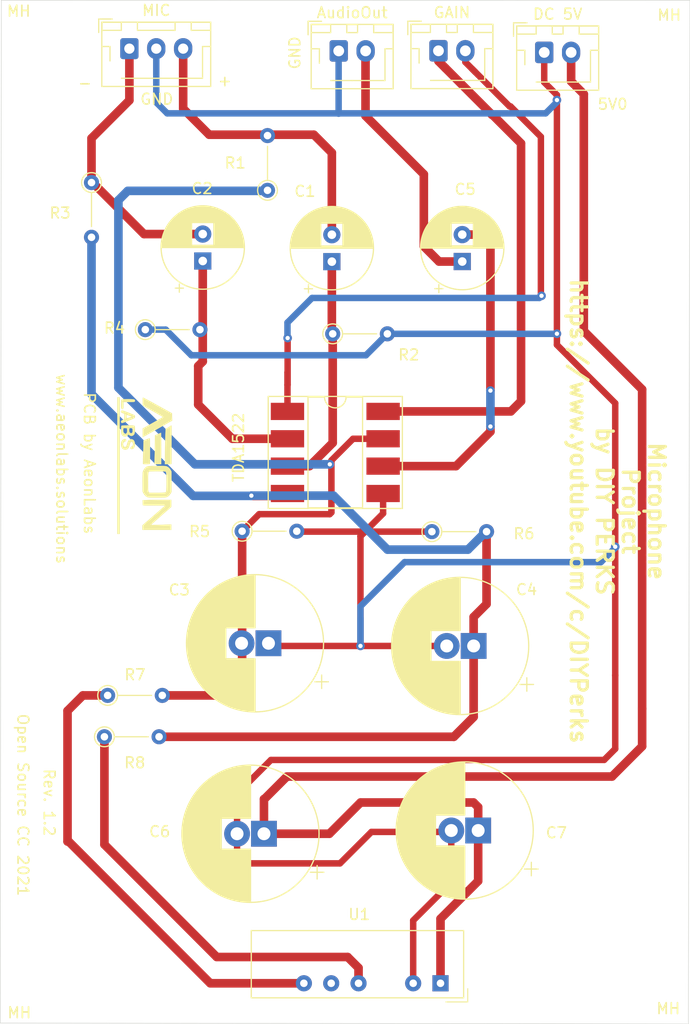
<source format=kicad_pcb>
(kicad_pcb (version 20171130) (host pcbnew "(5.1.10)-1")
  (layers (0 F.Cu signal) (31 B.Cu signal) (34 B.Paste user hide) (35 F.Paste user) (36 B.SilkS user) (37 F.SilkS user) (38 B.Mask user) (39 F.Mask user) (44 Edge.Cuts user))
  (net 0 "")
  (net 1 "Net-(AudioOut1-Pad2)")
  (net 2 "Net-(AudioOut1-Pad1)")
  (net 3 "Net-(C1-Pad2)")
  (net 4 "Net-(C1-Pad1)")
  (net 5 "Net-(C3-Pad2)")
  (net 6 "Net-(C4-Pad1)")
  (net 7 "Net-(C5-Pad2)")
  (net 8 "Net-(C6-Pad1)")
  (net 9 "Net-(GAIN1-Pad2)")
  (net 10 "Net-(GAIN1-Pad1)")
  (net 11 "Net-(R7-Pad1)")
  (net 12 "Net-(R8-Pad1)")
  (net 13 "Net-(C2-Pad2)")
  (net 14 "Net-(C2-Pad1)")
  (module MountingHole:MountingHole_3mm (layer F.Cu) (at 111.14 54.2)
    (fp_text reference MH (at -3.03 -3.6) (layer F.SilkS))
    (fp_text value MountingHole_3mm)
    (pad 1 np_thru_hole circle (at 0 0) (size 3 3) (drill 3) (layers *.Cu *.Mask))
  )
  (module MountingHole:MountingHole_3mm (layer F.Cu) (at 166.04 54.15)
    (fp_text reference MH (at 2.53 -3.18) (layer F.SilkS))
    (fp_text value MountingHole_3mm)
    (pad 1 np_thru_hole circle (at 0 0) (size 3 3) (drill 3) (layers *.Cu *.Mask))
  )
  (module MountingHole:MountingHole_3mm (layer F.Cu) (at 110.96 140.03)
    (fp_text reference MH (at -2.8 3.53) (layer F.SilkS))
    (fp_text value MountingHole_3mm)
    (pad 1 np_thru_hole circle (at 0 0) (size 3 3) (drill 3) (layers *.Cu *.Mask))
  )
  (module MountingHole:MountingHole_3mm (layer F.Cu) (at 165.81 140.05)
    (fp_text reference MH (at 2.67 3.13) (layer F.SilkS))
    (fp_text value MountingHole_3mm)
    (pad 1 np_thru_hole circle (at 0 0) (size 3 3) (drill 3) (layers *.Cu *.Mask))
  )
  (module "AeonLabs Logo:aeonlabs pcb logo" (layer F.Cu) (at 119.83 92.78 270)
    (fp_text reference G*** hide)
    (fp_text value LOGO hide)
  )
  (module Package_DIP:DIP-8_W8.89mm_SMDSocket_LongPads (layer F.Cu) (at 137.53 91.56)
    (fp_text reference TDA1522 (at -9 -0.47 90) (layer F.SilkS))
    (fp_text value TDA1522)
    (pad 8 smd rect (at 4.445 -3.81) (size 3.1 1.6) (layers F.Cu F.Paste F.Mask) (net 10 "Net-(GAIN1-Pad1)"))
    (pad 4 smd rect (at -4.445 3.81) (size 3.1 1.6) (layers F.Cu F.Paste F.Mask) (net 6 "Net-(C4-Pad1)"))
    (pad 7 smd rect (at 4.445 -1.27) (size 3.1 1.6) (layers F.Cu F.Paste F.Mask) (net 5 "Net-(C3-Pad2)"))
    (pad 3 smd rect (at -4.445 1.27) (size 3.1 1.6) (layers F.Cu F.Paste F.Mask) (net 4 "Net-(C1-Pad1)"))
    (pad 6 smd rect (at 4.445 1.27) (size 3.1 1.6) (layers F.Cu F.Paste F.Mask) (net 7 "Net-(C5-Pad2)"))
    (pad 2 smd rect (at -4.445 -1.27) (size 3.1 1.6) (layers F.Cu F.Paste F.Mask) (net 14 "Net-(C2-Pad1)"))
    (pad 5 smd rect (at 4.445 3.81) (size 3.1 1.6) (layers F.Cu F.Paste F.Mask) (net 2 "Net-(AudioOut1-Pad1)"))
    (pad 1 smd rect (at -4.445 -3.81) (size 3.1 1.6) (layers F.Cu F.Paste F.Mask) (net 9 "Net-(GAIN1-Pad2)"))
  )
  (module Converter_DCDC:Converter_DCDC_muRata_NMAxxxxSC_THT (layer F.Cu) (at 147.31 140.83 270)
    (fp_text reference U1 (at -6.39 7.56) (layer F.SilkS))
    (fp_text value NMA0515SC)
    (pad 6 thru_hole oval (at 0 12.7 270) (size 1.5 1.5) (drill 0.7) (layers *.Cu *.Mask) (net 11 "Net-(R7-Pad1)"))
    (pad 5 thru_hole oval (at 0 10.16 270) (size 1.5 1.5) (drill 0.7) (layers *.Cu *.Mask))
    (pad 4 thru_hole oval (at 0 7.62 270) (size 1.5 1.5) (drill 0.7) (layers *.Cu *.Mask) (net 12 "Net-(R8-Pad1)"))
    (pad 2 thru_hole oval (at 0 2.54 270) (size 1.5 1.5) (drill 0.7) (layers *.Cu *.Mask) (net 2 "Net-(AudioOut1-Pad1)"))
    (pad 1 thru_hole rect (at 0 0 270) (size 1.5 1.5) (drill 0.7) (layers *.Cu *.Mask) (net 8 "Net-(C6-Pad1)"))
  )
  (module Connector_JST:JST_XH_B2B-XH-AM_1x02_P2.50mm_Vertical (layer F.Cu) (at 156.95 54.43)
    (fp_text reference "DC 5V" (at 1.25 -3.55) (layer F.SilkS))
    (fp_text value "USB 5V")
    (pad "" np_thru_hole circle (at -1.6 2) (size 1.2 1.2) (drill 1.2) (layers *.Cu *.Mask))
    (pad 2 thru_hole oval (at 2.5 0) (size 1.7 2) (drill 1) (layers *.Cu *.Mask) (net 8 "Net-(C6-Pad1)"))
    (pad 1 thru_hole roundrect (at 0 0) (size 1.7 2) (drill 1) (layers *.Cu *.Mask) (roundrect_rratio 0.1470588235294118) (net 2 "Net-(AudioOut1-Pad1)"))
  )
  (module Resistor_THT:R_Axial_DIN0204_L3.6mm_D1.6mm_P5.08mm_Vertical (layer F.Cu) (at 116.07 117.95)
    (fp_text reference R8 (at 2.82 2.41) (layer F.SilkS))
    (fp_text value 100)
    (pad 2 thru_hole oval (at 5.08 0) (size 1.4 1.4) (drill 0.7) (layers *.Cu *.Mask) (net 6 "Net-(C4-Pad1)"))
    (pad 1 thru_hole circle (at 0 0) (size 1.4 1.4) (drill 0.7) (layers *.Cu *.Mask) (net 12 "Net-(R8-Pad1)"))
  )
  (module Resistor_THT:R_Axial_DIN0204_L3.6mm_D1.6mm_P5.08mm_Vertical (layer F.Cu) (at 116.37 114.11)
    (fp_text reference R7 (at 2.54 -1.92) (layer F.SilkS))
    (fp_text value 100)
    (pad 2 thru_hole oval (at 5.08 0) (size 1.4 1.4) (drill 0.7) (layers *.Cu *.Mask) (net 5 "Net-(C3-Pad2)"))
    (pad 1 thru_hole circle (at 0 0) (size 1.4 1.4) (drill 0.7) (layers *.Cu *.Mask) (net 11 "Net-(R7-Pad1)"))
  )
  (module Resistor_THT:R_Axial_DIN0204_L3.6mm_D1.6mm_P5.08mm_Vertical (layer F.Cu) (at 146.51 98.91)
    (fp_text reference R6 (at 8.56 0.19) (layer F.SilkS))
    (fp_text value 2k2)
    (pad 2 thru_hole oval (at 5.08 0) (size 1.4 1.4) (drill 0.7) (layers *.Cu *.Mask) (net 6 "Net-(C4-Pad1)"))
    (pad 1 thru_hole circle (at 0 0) (size 1.4 1.4) (drill 0.7) (layers *.Cu *.Mask) (net 2 "Net-(AudioOut1-Pad1)"))
  )
  (module Resistor_THT:R_Axial_DIN0204_L3.6mm_D1.6mm_P5.08mm_Vertical (layer F.Cu) (at 128.87 98.87)
    (fp_text reference R5 (at -3.95 0.03) (layer F.SilkS))
    (fp_text value 2k2)
    (pad 2 thru_hole oval (at 5.08 0) (size 1.4 1.4) (drill 0.7) (layers *.Cu *.Mask) (net 2 "Net-(AudioOut1-Pad1)"))
    (pad 1 thru_hole circle (at 0 0) (size 1.4 1.4) (drill 0.7) (layers *.Cu *.Mask) (net 5 "Net-(C3-Pad2)"))
  )
  (module Resistor_THT:R_Axial_DIN0204_L3.6mm_D1.6mm_P5.08mm_Vertical (layer F.Cu) (at 119.87 80.16)
    (fp_text reference R4 (at -2.86 -0.15) (layer F.SilkS))
    (fp_text value 3k9)
    (pad 2 thru_hole oval (at 5.08 0) (size 1.4 1.4) (drill 0.7) (layers *.Cu *.Mask) (net 14 "Net-(C2-Pad1)"))
    (pad 1 thru_hole circle (at 0 0) (size 1.4 1.4) (drill 0.7) (layers *.Cu *.Mask) (net 2 "Net-(AudioOut1-Pad1)"))
  )
  (module Resistor_THT:R_Axial_DIN0204_L3.6mm_D1.6mm_P5.08mm_Vertical (layer F.Cu) (at 114.87 66.51 270)
    (fp_text reference R3 (at 2.83 2.92 180) (layer F.SilkS))
    (fp_text value 2k2)
    (pad 2 thru_hole oval (at 5.08 0 270) (size 1.4 1.4) (drill 0.7) (layers *.Cu *.Mask) (net 6 "Net-(C4-Pad1)"))
    (pad 1 thru_hole circle (at 0 0 270) (size 1.4 1.4) (drill 0.7) (layers *.Cu *.Mask) (net 13 "Net-(C2-Pad2)"))
  )
  (module Resistor_THT:R_Axial_DIN0204_L3.6mm_D1.6mm_P5.08mm_Vertical (layer F.Cu) (at 137.29 80.55)
    (fp_text reference R2 (at 7.07 1.95) (layer F.SilkS))
    (fp_text value 3k9)
    (pad 2 thru_hole oval (at 5.08 0) (size 1.4 1.4) (drill 0.7) (layers *.Cu *.Mask) (net 2 "Net-(AudioOut1-Pad1)"))
    (pad 1 thru_hole circle (at 0 0) (size 1.4 1.4) (drill 0.7) (layers *.Cu *.Mask) (net 4 "Net-(C1-Pad1)"))
  )
  (module Resistor_THT:R_Axial_DIN0204_L3.6mm_D1.6mm_P5.08mm_Vertical (layer F.Cu) (at 131.23 67.23 90)
    (fp_text reference R1 (at 2.54 -3) (layer F.SilkS))
    (fp_text value 2k2)
    (pad 2 thru_hole oval (at 5.08 0 90) (size 1.4 1.4) (drill 0.7) (layers *.Cu *.Mask) (net 3 "Net-(C1-Pad2)"))
    (pad 1 thru_hole circle (at 0 0 90) (size 1.4 1.4) (drill 0.7) (layers *.Cu *.Mask) (net 5 "Net-(C3-Pad2)"))
  )
  (module Connector_JST:JST_XH_B3B-XH-AM_1x03_P2.50mm_Vertical (layer F.Cu) (at 118.39 54.08)
    (fp_text reference MIC (at 2.5 -3.55) (layer F.SilkS))
    (fp_text value MIC)
    (pad "" np_thru_hole circle (at -1.6 2) (size 1.2 1.2) (drill 1.2) (layers *.Cu *.Mask))
    (pad 3 thru_hole oval (at 5 0) (size 1.7 1.95) (drill 0.95) (layers *.Cu *.Mask) (net 3 "Net-(C1-Pad2)"))
    (pad 2 thru_hole oval (at 2.5 0) (size 1.7 1.95) (drill 0.95) (layers *.Cu *.Mask) (net 2 "Net-(AudioOut1-Pad1)"))
    (pad 1 thru_hole roundrect (at 0 0) (size 1.7 1.95) (drill 0.95) (layers *.Cu *.Mask) (roundrect_rratio 0.1470588235294118) (net 13 "Net-(C2-Pad2)"))
  )
  (module Connector_JST:JST_XH_B2B-XH-AM_1x02_P2.50mm_Vertical (layer F.Cu) (at 147.12 54.28)
    (fp_text reference GAIN (at 1.25 -3.55) (layer F.SilkS))
    (fp_text value GAIN)
    (pad "" np_thru_hole circle (at -1.6 2) (size 1.2 1.2) (drill 1.2) (layers *.Cu *.Mask))
    (pad 2 thru_hole oval (at 2.5 0) (size 1.7 2) (drill 1) (layers *.Cu *.Mask) (net 9 "Net-(GAIN1-Pad2)"))
    (pad 1 thru_hole roundrect (at 0 0) (size 1.7 2) (drill 1) (layers *.Cu *.Mask) (roundrect_rratio 0.1470588235294118) (net 10 "Net-(GAIN1-Pad1)"))
  )
  (module Capacitor_THT:CP_Radial_D12.5mm_P2.50mm (layer F.Cu) (at 150.81 126.65 180)
    (fp_text reference C7 (at -7.27 -0.21) (layer F.SilkS))
    (fp_text value 2200pF)
    (pad 2 thru_hole circle (at 2.5 0 180) (size 2.4 2.4) (drill 1.2) (layers *.Cu *.Mask) (net 2 "Net-(AudioOut1-Pad1)"))
    (pad 1 thru_hole rect (at 0 0 180) (size 2.4 2.4) (drill 1.2) (layers *.Cu *.Mask) (net 8 "Net-(C6-Pad1)"))
  )
  (module Capacitor_THT:CP_Radial_D12.5mm_P2.50mm (layer F.Cu) (at 130.9 126.95 180)
    (fp_text reference C6 (at 9.69 0.2) (layer F.SilkS))
    (fp_text value 2200pF)
    (pad 2 thru_hole circle (at 2.5 0 180) (size 2.4 2.4) (drill 1.2) (layers *.Cu *.Mask) (net 2 "Net-(AudioOut1-Pad1)"))
    (pad 1 thru_hole rect (at 0 0 180) (size 2.4 2.4) (drill 1.2) (layers *.Cu *.Mask) (net 8 "Net-(C6-Pad1)"))
  )
  (module Capacitor_THT:CP_Radial_D7.5mm_P2.50mm (layer F.Cu) (at 149.33 73.84 90)
    (fp_text reference C5 (at 6.7 0.27) (layer F.SilkS))
    (fp_text value 22pF)
    (pad 2 thru_hole circle (at 2.5 0 90) (size 1.6 1.6) (drill 0.8) (layers *.Cu *.Mask) (net 7 "Net-(C5-Pad2)"))
    (pad 1 thru_hole rect (at 0 0 90) (size 1.6 1.6) (drill 0.8) (layers *.Cu *.Mask) (net 1 "Net-(AudioOut1-Pad2)"))
  )
  (module Capacitor_THT:CP_Radial_D12.5mm_P2.50mm (layer F.Cu) (at 150.39 109.52 180)
    (fp_text reference C4 (at -4.92 5.23) (layer F.SilkS))
    (fp_text value 2200pF)
    (pad 2 thru_hole circle (at 2.5 0 180) (size 2.4 2.4) (drill 1.2) (layers *.Cu *.Mask) (net 2 "Net-(AudioOut1-Pad1)"))
    (pad 1 thru_hole rect (at 0 0 180) (size 2.4 2.4) (drill 1.2) (layers *.Cu *.Mask) (net 6 "Net-(C4-Pad1)"))
  )
  (module Capacitor_THT:CP_Radial_D12.5mm_P2.50mm (layer F.Cu) (at 131.32 109.27 180)
    (fp_text reference C3 (at 8.29 4.95) (layer F.SilkS))
    (fp_text value 2200pF)
    (pad 2 thru_hole circle (at 2.5 0 180) (size 2.4 2.4) (drill 1.2) (layers *.Cu *.Mask) (net 5 "Net-(C3-Pad2)"))
    (pad 1 thru_hole rect (at 0 0 180) (size 2.4 2.4) (drill 1.2) (layers *.Cu *.Mask) (net 2 "Net-(AudioOut1-Pad1)"))
  )
  (module Capacitor_THT:CP_Radial_D7.5mm_P2.50mm (layer F.Cu) (at 137.21 73.85 90)
    (fp_text reference C1 (at 6.53 -2.5) (layer F.SilkS))
    (fp_text value 22pF)
    (pad 2 thru_hole circle (at 2.5 0 90) (size 1.6 1.6) (drill 0.8) (layers *.Cu *.Mask) (net 3 "Net-(C1-Pad2)"))
    (pad 1 thru_hole rect (at 0 0 90) (size 1.6 1.6) (drill 0.8) (layers *.Cu *.Mask) (net 4 "Net-(C1-Pad1)"))
  )
  (module Connector_JST:JST_XH_B2B-XH-AM_1x02_P2.50mm_Vertical (layer F.Cu) (at 137.85 54.29)
    (fp_text reference AudioOut (at 1.25 -3.55) (layer F.SilkS))
    (fp_text value "Audio Out")
    (pad "" np_thru_hole circle (at -1.6 2) (size 1.2 1.2) (drill 1.2) (layers *.Cu *.Mask))
    (pad 2 thru_hole oval (at 2.5 0) (size 1.7 2) (drill 1) (layers *.Cu *.Mask) (net 1 "Net-(AudioOut1-Pad2)"))
    (pad 1 thru_hole roundrect (at 0 0) (size 1.7 2) (drill 1) (layers *.Cu *.Mask) (roundrect_rratio 0.1470588235294118) (net 2 "Net-(AudioOut1-Pad1)"))
  )
  (module Capacitor_THT:CP_Radial_D7.5mm_P2.50mm (layer F.Cu) (at 125.21 73.79 90)
    (fp_text reference C2 (at 6.73 -0.05) (layer F.SilkS))
    (fp_text value 22pF)
    (pad 2 thru_hole circle (at 2.5 0 90) (size 1.6 1.6) (drill 0.8) (layers *.Cu *.Mask) (net 13 "Net-(C2-Pad2)"))
    (pad 1 thru_hole rect (at 0 0 90) (size 1.6 1.6) (drill 0.8) (layers *.Cu *.Mask) (net 14 "Net-(C2-Pad1)"))
  )
  (gr_text 5V0 (at 163.31 59.24) (layer F.SilkS) (effects (font (size 1 1))))
  (gr_text GND (at 133.77 54.47 90) (layer F.SilkS) (effects (font (size 1 1))))
  (gr_text GND (at 120.94 58.77) (layer F.SilkS) (effects (font (size 1 1))))
  (gr_text - (at 114.26 57.27) (layer F.SilkS) (effects (font (size 1 1))))
  (gr_text + (at 127.26 57.06) (layer F.SilkS) (effects (font (size 1 1))))
  (gr_text "Open Source CC 2021" (at 108.5 124.28 -90) (layer F.SilkS) (effects (font (size 1 1))))
  (gr_text "Rev. 1.2" (at 110.94 124.05 -90) (layer F.SilkS) (effects (font (size 1 1))))
  (gr_text "PCB by AeonLabs" (at 114.68 92.57 -90) (layer F.SilkS) (effects (font (size 1 1))))
  (gr_text "Microphone\nProject\nby DIY PERKS\nhttps://www.youtube.com/c/DIYPerks" (at 163.76 97.01 -90) (layer F.SilkS) (effects (font (size 1.5 1.5) (thickness 0.3))))
  (gr_text www.aeonlabs.solutions (at 112.11 93.09 -90) (layer F.SilkS) (effects (font (size 1 1))))
  (gr_line (start 106.39 144.52) (end 106.49 49.59) (layer Edge.Cuts) (width 0.05))
  (gr_line (start 106.49 49.59) (end 170.49 49.6) (layer Edge.Cuts) (width 0.05))
  (gr_line (start 170.35 144.6) (end 170.49 49.6) (layer Edge.Cuts) (width 0.05))
  (gr_line (start 106.39 144.52) (end 170.35 144.6) (layer Edge.Cuts) (width 0.05))
  (segment (start 147.17 73.84) (end 149.33 73.84) (width 0.8) (layer F.Cu) (net 1))
  (segment (start 145.76 72.43) (end 147.17 73.84) (width 0.8) (layer F.Cu) (net 1))
  (segment (start 140.34 54.6) (end 140.34 60.32) (width 0.8) (layer F.Cu) (net 1))
  (segment (start 145.76 65.74) (end 145.76 72.43) (width 0.8) (layer F.Cu) (net 1))
  (segment (start 140.34 60.32) (end 145.76 65.74) (width 0.8) (layer F.Cu) (net 1))
  (segment (start 147.8 109.43) (end 147.89 109.52) (width 0.8) (layer F.Cu) (net 2))
  (segment (start 131.68 109.52) (end 131.59 109.43) (width 0.6) (layer F.Cu) (net 2))
  (segment (start 147.89 109.52) (end 139.87 109.52) (width 0.6) (layer F.Cu) (net 2))
  (segment (start 139.87 109.52) (end 131.68 109.52) (width 0.6) (layer F.Cu) (net 2))
  (via (at 139.87 109.52) (size 0.8) (drill 0.4) (layers F.Cu B.Cu) (net 2))
  (segment (start 128.4 126.95) (end 128.4 128.63) (width 0.6) (layer F.Cu) (net 2))
  (segment (start 128.4 128.63) (end 129.47 129.7) (width 0.6) (layer F.Cu) (net 2))
  (segment (start 129.47 129.7) (end 137.97 129.7) (width 0.6) (layer F.Cu) (net 2))
  (segment (start 137.97 129.7) (end 140.89 126.78) (width 0.6) (layer F.Cu) (net 2))
  (segment (start 148.18 126.78) (end 148.31 126.65) (width 0.6) (layer F.Cu) (net 2))
  (segment (start 140.89 126.78) (end 148.18 126.78) (width 0.6) (layer F.Cu) (net 2))
  (segment (start 144.77 135) (end 144.77 140.83) (width 0.6) (layer F.Cu) (net 2))
  (segment (start 163.55 119.07) (end 163.55 112.25) (width 0.6) (layer F.Cu) (net 2))
  (segment (start 131.55 120.1) (end 162.52 120.1) (width 0.6) (layer F.Cu) (net 2))
  (segment (start 128.4 123.25) (end 131.55 120.1) (width 0.6) (layer F.Cu) (net 2))
  (segment (start 162.52 120.1) (end 163.55 119.07) (width 0.6) (layer F.Cu) (net 2))
  (segment (start 128.4 126.95) (end 128.4 123.25) (width 0.6) (layer F.Cu) (net 2))
  (segment (start 133.99 98.91) (end 133.95 98.87) (width 0.6) (layer F.Cu) (net 2))
  (segment (start 139.87 99.34) (end 140.3 98.91) (width 0.6) (layer F.Cu) (net 2))
  (segment (start 139.87 109.52) (end 139.87 99.34) (width 0.6) (layer F.Cu) (net 2))
  (segment (start 140.3 98.91) (end 133.99 98.91) (width 0.6) (layer F.Cu) (net 2))
  (segment (start 146.51 98.91) (end 140.3 98.91) (width 0.6) (layer F.Cu) (net 2))
  (segment (start 163.55 100.41) (end 163.55 100.31) (width 0.6) (layer B.Cu) (net 2))
  (segment (start 162.22 101.74) (end 163.55 100.41) (width 0.6) (layer B.Cu) (net 2))
  (segment (start 143.97 101.74) (end 162.22 101.74) (width 0.6) (layer B.Cu) (net 2))
  (segment (start 139.87 105.84) (end 143.97 101.74) (width 0.6) (layer B.Cu) (net 2))
  (segment (start 139.87 109.52) (end 139.87 105.84) (width 0.6) (layer B.Cu) (net 2))
  (via (at 163.55 100.31) (size 0.8) (drill 0.4) (layers F.Cu B.Cu) (net 2))
  (segment (start 163.55 112.25) (end 163.55 100.31) (width 0.6) (layer F.Cu) (net 2))
  (segment (start 119.87 80.16) (end 121.77 80.16) (width 0.6) (layer B.Cu) (net 2))
  (segment (start 121.77 80.16) (end 124.15 82.54) (width 0.6) (layer B.Cu) (net 2))
  (segment (start 140.38 82.54) (end 142.37 80.55) (width 0.6) (layer B.Cu) (net 2))
  (segment (start 124.15 82.54) (end 140.38 82.54) (width 0.6) (layer B.Cu) (net 2))
  (segment (start 139.87 99.34) (end 139.87 99.33) (width 0.6) (layer F.Cu) (net 2))
  (segment (start 141.975 97.225) (end 141.975 95.37) (width 0.6) (layer F.Cu) (net 2))
  (segment (start 139.87 99.33) (end 141.975 97.225) (width 0.6) (layer F.Cu) (net 2))
  (segment (start 139.87 109.52) (end 139.87 106.94) (width 0.6) (layer B.Cu) (net 2))
  (segment (start 137.84 54.6) (end 137.84 60.12) (width 0.6) (layer B.Cu) (net 2))
  (segment (start 148.31 131.46) (end 144.77 135) (width 0.6) (layer F.Cu) (net 2))
  (segment (start 148.31 126.65) (end 148.31 131.46) (width 0.6) (layer F.Cu) (net 2))
  (via (at 158.13 80.54) (size 0.8) (drill 0.4) (layers F.Cu B.Cu) (net 2))
  (segment (start 158.12 80.55) (end 158.13 80.54) (width 0.6) (layer B.Cu) (net 2))
  (segment (start 142.37 80.55) (end 158.12 80.55) (width 0.6) (layer B.Cu) (net 2))
  (segment (start 121.905 60.085) (end 157.085 60.085) (width 0.6) (layer B.Cu) (net 2))
  (segment (start 158.13 59.04) (end 158.13 58.85) (width 0.6) (layer B.Cu) (net 2))
  (segment (start 120.89 59.07) (end 121.905 60.085) (width 0.6) (layer B.Cu) (net 2))
  (segment (start 157.085 60.085) (end 158.13 59.04) (width 0.6) (layer B.Cu) (net 2))
  (segment (start 120.89 54.08) (end 120.89 59.07) (width 0.6) (layer B.Cu) (net 2))
  (via (at 158.13 58.85) (size 0.8) (drill 0.4) (layers F.Cu B.Cu) (net 2))
  (segment (start 158.13 58.85) (end 158.13 80.54) (width 0.6) (layer F.Cu) (net 2))
  (segment (start 158.13 58.85) (end 158.13 58.38) (width 0.6) (layer F.Cu) (net 2))
  (segment (start 156.95 57.2) (end 156.95 54.43) (width 0.6) (layer F.Cu) (net 2))
  (segment (start 158.13 58.38) (end 156.95 57.2) (width 0.6) (layer F.Cu) (net 2))
  (segment (start 158.13 81.57) (end 158.13 80.54) (width 0.6) (layer F.Cu) (net 2))
  (segment (start 163.55 86.99) (end 158.13 81.57) (width 0.6) (layer F.Cu) (net 2))
  (segment (start 163.55 100.31) (end 163.55 86.99) (width 0.6) (layer F.Cu) (net 2))
  (segment (start 137.21 63.74) (end 137.21 69.4) (width 0.8) (layer F.Cu) (net 3))
  (segment (start 135.54 62.07) (end 137.21 63.74) (width 0.8) (layer F.Cu) (net 3))
  (segment (start 123.39 59.65) (end 125.81 62.07) (width 0.8) (layer F.Cu) (net 3))
  (segment (start 123.39 54.08) (end 123.39 59.65) (width 0.8) (layer F.Cu) (net 3))
  (segment (start 125.81 62.07) (end 135.54 62.07) (width 0.8) (layer F.Cu) (net 3))
  (segment (start 137.21 69.4) (end 137.21 71.35) (width 0.8) (layer F.Cu) (net 3))
  (segment (start 137.21 80.47) (end 137.29 80.55) (width 0.8) (layer F.Cu) (net 4))
  (segment (start 137.21 73.85) (end 137.21 80.47) (width 0.8) (layer F.Cu) (net 4))
  (segment (start 137.29 90.67) (end 135.55 92.41) (width 0.8) (layer F.Cu) (net 4))
  (segment (start 137.29 80.55) (end 137.29 90.67) (width 0.8) (layer F.Cu) (net 4))
  (segment (start 135.13 92.83) (end 133.085 92.83) (width 0.8) (layer F.Cu) (net 4))
  (segment (start 135.55 92.41) (end 135.13 92.83) (width 0.8) (layer F.Cu) (net 4))
  (segment (start 130.45 97.29) (end 128.87 98.87) (width 0.6) (layer F.Cu) (net 5))
  (segment (start 137.01 97.29) (end 130.45 97.29) (width 0.6) (layer F.Cu) (net 5))
  (segment (start 137.17 97.13) (end 137.01 97.29) (width 0.6) (layer F.Cu) (net 5))
  (segment (start 137.17 92.3) (end 137.17 97.13) (width 0.6) (layer F.Cu) (net 5))
  (segment (start 139.18 90.29) (end 137.17 92.3) (width 0.6) (layer F.Cu) (net 5))
  (segment (start 141.975 90.29) (end 139.18 90.29) (width 0.6) (layer F.Cu) (net 5))
  (via (at 137.02 92.66) (size 0.8) (drill 0.4) (layers F.Cu B.Cu) (net 5))
  (segment (start 124.48 92.66) (end 137.02 92.66) (width 0.8) (layer B.Cu) (net 5))
  (segment (start 117.37 85.55) (end 124.48 92.66) (width 0.8) (layer B.Cu) (net 5))
  (segment (start 117.37 68.15) (end 117.37 85.55) (width 0.8) (layer B.Cu) (net 5))
  (segment (start 118.24 67.28) (end 117.37 68.15) (width 0.8) (layer B.Cu) (net 5))
  (segment (start 131.19 67.28) (end 118.24 67.28) (width 0.8) (layer B.Cu) (net 5))
  (segment (start 128.87 112.57) (end 127.33 114.11) (width 0.8) (layer F.Cu) (net 5))
  (segment (start 127.33 114.11) (end 121.45 114.11) (width 0.8) (layer F.Cu) (net 5))
  (segment (start 128.87 98.87) (end 128.87 112.57) (width 0.8) (layer F.Cu) (net 5))
  (segment (start 121.15 117.95) (end 148.55 117.95) (width 0.8) (layer F.Cu) (net 6))
  (segment (start 148.55 117.95) (end 150.35 116.15) (width 0.8) (layer F.Cu) (net 6))
  (segment (start 150.39 116.11) (end 148.55 117.95) (width 0.8) (layer F.Cu) (net 6))
  (segment (start 150.39 109.52) (end 150.39 116.11) (width 0.8) (layer F.Cu) (net 6))
  (segment (start 150.39 109.52) (end 150.39 106.83) (width 0.8) (layer F.Cu) (net 6))
  (segment (start 151.59 105.63) (end 151.59 98.91) (width 0.8) (layer F.Cu) (net 6))
  (segment (start 150.39 106.83) (end 151.59 105.63) (width 0.8) (layer F.Cu) (net 6))
  (segment (start 151.59 98.91) (end 151.53 98.91) (width 0.8) (layer B.Cu) (net 6))
  (segment (start 151.53 98.91) (end 149.86 100.58) (width 0.8) (layer B.Cu) (net 6))
  (via (at 129.73 95.57) (size 0.8) (drill 0.4) (layers F.Cu B.Cu) (net 6))
  (segment (start 129.71 95.59) (end 129.73 95.57) (width 0.8) (layer B.Cu) (net 6))
  (segment (start 124.32 95.59) (end 129.71 95.59) (width 0.8) (layer B.Cu) (net 6))
  (segment (start 129.89 95.6) (end 133.045 95.6) (width 0.8) (layer F.Cu) (net 6))
  (segment (start 114.87 86.14) (end 124.32 95.59) (width 0.8) (layer B.Cu) (net 6))
  (segment (start 114.87 71.59) (end 114.87 86.14) (width 0.8) (layer B.Cu) (net 6))
  (segment (start 137.37 95.57) (end 142.38 100.58) (width 0.8) (layer B.Cu) (net 6))
  (segment (start 129.73 95.57) (end 137.37 95.57) (width 0.8) (layer B.Cu) (net 6))
  (segment (start 149.86 100.58) (end 142.38 100.58) (width 0.8) (layer B.Cu) (net 6))
  (segment (start 149.33 71.34) (end 151.43 71.34) (width 0.8) (layer F.Cu) (net 7))
  (segment (start 151.43 71.34) (end 151.95 71.86) (width 0.8) (layer F.Cu) (net 7))
  (segment (start 151.95 71.86) (end 151.95 85.82) (width 0.8) (layer F.Cu) (net 7))
  (segment (start 148.75 92.83) (end 141.975 92.83) (width 0.8) (layer F.Cu) (net 7))
  (segment (start 151.95 89.63) (end 148.75 92.83) (width 0.8) (layer F.Cu) (net 7))
  (via (at 151.95 85.82) (size 0.8) (drill 0.4) (layers F.Cu B.Cu) (net 7))
  (segment (start 151.95 89.15) (end 151.95 89.63) (width 0.8) (layer F.Cu) (net 7))
  (via (at 151.95 89.15) (size 0.8) (drill 0.4) (layers F.Cu B.Cu) (net 7))
  (segment (start 151.95 85.82) (end 151.95 89.15) (width 0.8) (layer B.Cu) (net 7))
  (segment (start 150.81 126.65) (end 150.81 131.34) (width 0.8) (layer F.Cu) (net 8))
  (segment (start 147.31 134.84) (end 147.31 140.83) (width 0.8) (layer F.Cu) (net 8))
  (segment (start 150.81 131.34) (end 147.31 134.84) (width 0.8) (layer F.Cu) (net 8))
  (segment (start 150.81 126.65) (end 150.81 124.48) (width 0.8) (layer F.Cu) (net 8))
  (segment (start 150.81 124.48) (end 150.38 124.05) (width 0.8) (layer F.Cu) (net 8))
  (segment (start 150.38 124.05) (end 139.88 124.05) (width 0.8) (layer F.Cu) (net 8))
  (segment (start 136.98 126.95) (end 130.9 126.95) (width 0.8) (layer F.Cu) (net 8))
  (segment (start 139.88 124.05) (end 136.98 126.95) (width 0.8) (layer F.Cu) (net 8))
  (segment (start 130.9 123.73) (end 130.94 123.73) (width 0.8) (layer F.Cu) (net 8))
  (segment (start 130.9 126.95) (end 130.9 123.73) (width 0.8) (layer F.Cu) (net 8))
  (segment (start 130.94 123.73) (end 133.03 121.64) (width 0.8) (layer F.Cu) (net 8))
  (segment (start 133.03 121.64) (end 163.25 121.64) (width 0.8) (layer F.Cu) (net 8))
  (segment (start 166.05 118.84) (end 166.05 115.34) (width 0.8) (layer F.Cu) (net 8))
  (segment (start 163.25 121.64) (end 166.05 118.84) (width 0.8) (layer F.Cu) (net 8))
  (segment (start 160.63 80.29) (end 166.05 85.71) (width 0.8) (layer F.Cu) (net 8))
  (segment (start 166.05 115.34) (end 166.05 85.71) (width 0.8) (layer F.Cu) (net 8))
  (segment (start 159.45 57.12) (end 160.63 58.3) (width 0.8) (layer F.Cu) (net 8))
  (segment (start 160.63 58.3) (end 160.63 80.29) (width 0.8) (layer F.Cu) (net 8))
  (segment (start 159.45 54.43) (end 159.45 57.12) (width 0.8) (layer F.Cu) (net 8))
  (segment (start 133.085 84.125) (end 133.085 84.125) (width 0.6) (layer F.Cu) (net 9))
  (via (at 133.1 80.94) (size 0.8) (drill 0.4) (layers F.Cu B.Cu) (net 9))
  (segment (start 133.085 79.505) (end 135.37 77.22) (width 0.6) (layer B.Cu) (net 9))
  (segment (start 135.37 77.22) (end 156.5 77.22) (width 0.6) (layer B.Cu) (net 9))
  (segment (start 153.73 59.44) (end 153.82 59.44) (width 0.6) (layer F.Cu) (net 9))
  (segment (start 153.82 59.44) (end 156.64 62.26) (width 0.6) (layer F.Cu) (net 9))
  (via (at 156.7 77.02) (size 0.8) (drill 0.4) (layers F.Cu B.Cu) (net 9))
  (segment (start 156.64 76.96) (end 156.7 77.02) (width 0.6) (layer F.Cu) (net 9))
  (segment (start 156.7 77.02) (end 156.5 77.22) (width 0.6) (layer B.Cu) (net 9))
  (segment (start 156.64 62.26) (end 156.64 76.96) (width 0.6) (layer F.Cu) (net 9))
  (segment (start 149.62 54.28) (end 149.62 55.33) (width 0.6) (layer F.Cu) (net 9))
  (segment (start 150.54 56.25) (end 150.26 55.97) (width 0.6) (layer F.Cu) (net 9))
  (segment (start 149.62 55.33) (end 150.54 56.25) (width 0.6) (layer F.Cu) (net 9))
  (segment (start 153.73 59.44) (end 150.54 56.25) (width 0.6) (layer F.Cu) (net 9))
  (segment (start 133.1 85.28) (end 133.085 85.295) (width 0.6) (layer F.Cu) (net 9))
  (segment (start 133.1 80.94) (end 133.1 85.28) (width 0.6) (layer F.Cu) (net 9))
  (segment (start 133.085 85.295) (end 133.085 84.125) (width 0.6) (layer F.Cu) (net 9))
  (segment (start 133.085 87.75) (end 133.085 85.295) (width 0.6) (layer F.Cu) (net 9))
  (segment (start 133.085 80.925) (end 133.1 80.94) (width 0.6) (layer B.Cu) (net 9))
  (segment (start 133.085 79.505) (end 133.085 80.925) (width 0.6) (layer B.Cu) (net 9))
  (segment (start 141.975 87.75) (end 153.85 87.75) (width 0.8) (layer F.Cu) (net 10))
  (segment (start 147.76 55.88) (end 152.1 60.22) (width 0.8) (layer F.Cu) (net 10))
  (segment (start 152.1 60.22) (end 152.17 60.22) (width 0.8) (layer F.Cu) (net 10))
  (segment (start 152.1 60.22) (end 152.14 60.22) (width 0.8) (layer F.Cu) (net 10))
  (segment (start 152.14 60.22) (end 154.795 62.875) (width 0.8) (layer F.Cu) (net 10))
  (segment (start 154.795 62.875) (end 154.795 86.805) (width 0.8) (layer F.Cu) (net 10))
  (segment (start 153.85 87.75) (end 154.795 86.805) (width 0.8) (layer F.Cu) (net 10))
  (segment (start 147.12 55.24) (end 147.76 55.88) (width 0.8) (layer F.Cu) (net 10))
  (segment (start 147.12 54.28) (end 147.12 55.24) (width 0.8) (layer F.Cu) (net 10))
  (segment (start 114.07 114.11) (end 116.37 114.11) (width 0.8) (layer F.Cu) (net 11))
  (segment (start 112.64 115.54) (end 114.07 114.11) (width 0.8) (layer F.Cu) (net 11))
  (segment (start 112.75 127.67) (end 125.91 140.83) (width 0.8) (layer F.Cu) (net 11))
  (segment (start 112.64 127.67) (end 112.75 127.67) (width 0.8) (layer F.Cu) (net 11))
  (segment (start 134.61 140.83) (end 125.91 140.83) (width 0.8) (layer F.Cu) (net 11))
  (segment (start 112.64 127.67) (end 112.64 115.54) (width 0.8) (layer F.Cu) (net 11))
  (segment (start 139.69 139.4) (end 139.69 140.83) (width 0.8) (layer F.Cu) (net 12))
  (segment (start 138.68 138.39) (end 139.69 139.4) (width 0.8) (layer F.Cu) (net 12))
  (segment (start 126.51 138.39) (end 138.68 138.39) (width 0.8) (layer F.Cu) (net 12))
  (segment (start 116.07 127.95) (end 126.51 138.39) (width 0.8) (layer F.Cu) (net 12))
  (segment (start 116.07 117.95) (end 116.07 127.95) (width 0.8) (layer F.Cu) (net 12))
  (segment (start 114.83 66.4) (end 114.88 66.4) (width 0.8) (layer F.Cu) (net 13))
  (segment (start 114.87 66.51) (end 114.97 66.51) (width 0.8) (layer F.Cu) (net 13))
  (segment (start 119.75 71.29) (end 125.21 71.29) (width 0.8) (layer F.Cu) (net 13))
  (segment (start 114.97 66.51) (end 119.75 71.29) (width 0.8) (layer F.Cu) (net 13))
  (segment (start 118.39 54.08) (end 118.39 58.88) (width 0.8) (layer F.Cu) (net 13))
  (segment (start 114.87 62.4) (end 114.87 66.51) (width 0.8) (layer F.Cu) (net 13))
  (segment (start 118.39 58.88) (end 114.87 62.4) (width 0.8) (layer F.Cu) (net 13))
  (segment (start 133.085 90.29) (end 127.96 90.29) (width 0.8) (layer F.Cu) (net 14))
  (segment (start 124.79 87.12) (end 124.79 83.54) (width 0.8) (layer F.Cu) (net 14))
  (segment (start 127.96 90.29) (end 124.79 87.12) (width 0.8) (layer F.Cu) (net 14))
  (segment (start 125.21 83.12) (end 124.79 83.54) (width 0.8) (layer F.Cu) (net 14))
  (segment (start 125.21 73.79) (end 125.21 83.12) (width 0.8) (layer F.Cu) (net 14))
)
</source>
